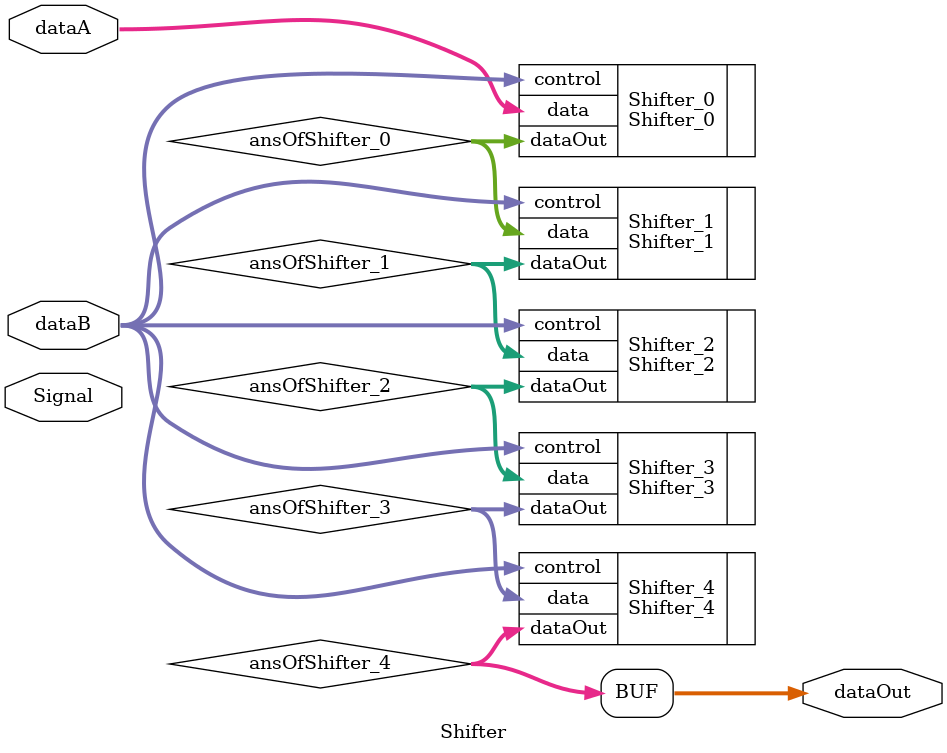
<source format=v>
`timescale 1ns/1ns
module Shifter( dataA, dataB, Signal, dataOut );
input [31:0] dataA;
input [31:0] dataB;
input [5:0] Signal;
output [31:0] dataOut;

wire [31:0] ans;
wire [31:0] ansOfShifter_0;
wire [31:0] ansOfShifter_1;
wire [31:0] ansOfShifter_2;
wire [31:0] ansOfShifter_3;
wire [31:0] ansOfShifter_4;

parameter SLL = 6'b000000;

Shifter_0 Shifter_0( .data( dataA ), .control( dataB ), .dataOut( ansOfShifter_0 ) );
Shifter_1 Shifter_1( .data( ansOfShifter_0 ), .control( dataB ), .dataOut( ansOfShifter_1 ) );
Shifter_2 Shifter_2( .data( ansOfShifter_1 ), .control( dataB ), .dataOut( ansOfShifter_2 ) );
Shifter_3 Shifter_3( .data( ansOfShifter_2 ), .control( dataB ), .dataOut( ansOfShifter_3 ) );
Shifter_4 Shifter_4( .data( ansOfShifter_3 ), .control( dataB ), .dataOut( ansOfShifter_4 ) );

assign dataOut = ansOfShifter_4;

endmodule

</source>
